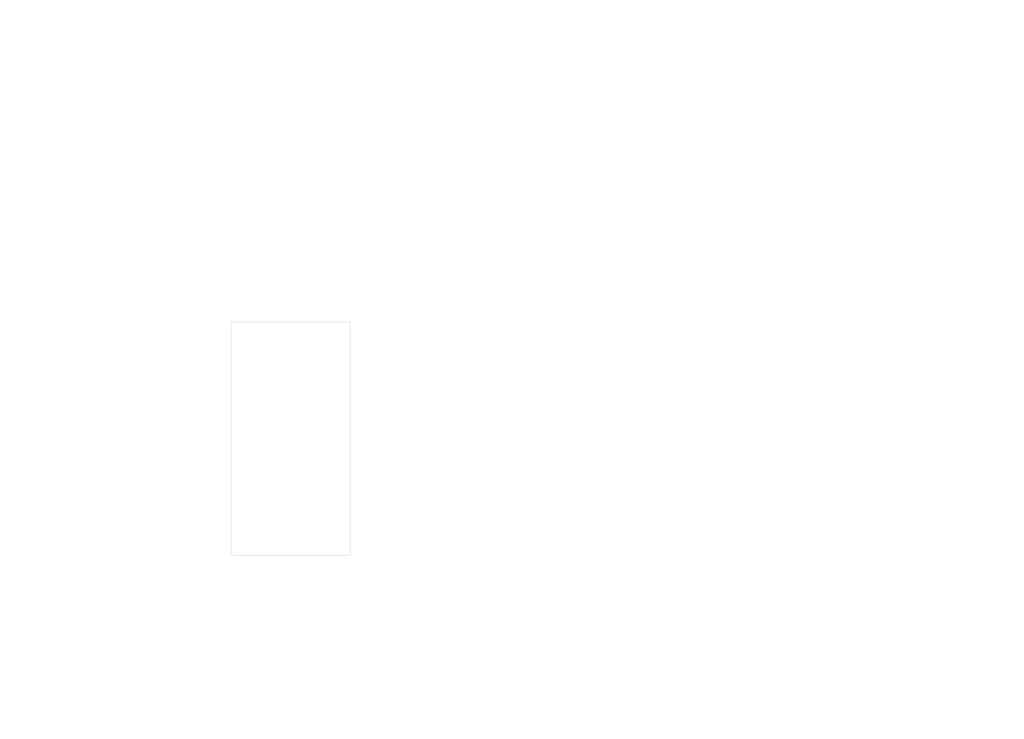
<source format=kicad_pcb>
(kicad_pcb (version 20221018) (generator pcbnew)

  (general
    (thickness 1.6)
  )

  (paper "A3")
  (title_block
    (title "TP Template")
    (rev "1.0")
  )

  (layers
    (0 "F.Cu" signal)
    (31 "B.Cu" signal)
    (32 "B.Adhes" user "B.Adhesive")
    (33 "F.Adhes" user "F.Adhesive")
    (34 "B.Paste" user)
    (35 "F.Paste" user)
    (36 "B.SilkS" user "B.Silkscreen")
    (37 "F.SilkS" user "F.Silkscreen")
    (38 "B.Mask" user)
    (39 "F.Mask" user)
    (40 "Dwgs.User" user "User.Drawings")
    (41 "Cmts.User" user "User.Comments")
    (42 "Eco1.User" user "User.Eco1")
    (43 "Eco2.User" user "User.Eco2")
    (44 "Edge.Cuts" user)
    (45 "Margin" user)
    (46 "B.CrtYd" user "B.Courtyard")
    (47 "F.CrtYd" user "F.Courtyard")
  )

  (setup
    (stackup
      (layer "F.SilkS" (type "Top Silk Screen"))
      (layer "F.Paste" (type "Top Solder Paste"))
      (layer "F.Mask" (type "Top Solder Mask") (color "Green") (thickness 0.01))
      (layer "F.Cu" (type "copper") (thickness 0.035))
      (layer "dielectric 1" (type "core") (thickness 1.51) (material "FR4") (epsilon_r 4.5) (loss_tangent 0.02))
      (layer "B.Cu" (type "copper") (thickness 0.035))
      (layer "B.Mask" (type "Bottom Solder Mask") (color "Green") (thickness 0.01))
      (layer "B.Paste" (type "Bottom Solder Paste"))
      (layer "B.SilkS" (type "Bottom Silk Screen"))
      (copper_finish "None")
      (dielectric_constraints no)
    )
    (pad_to_mask_clearance 0)
    (aux_axis_origin 270.637 225.933)
    (grid_origin 270.637 225.933)
    (pcbplotparams
      (layerselection 0x0000030_80000001)
      (plot_on_all_layers_selection 0x0000000_00000000)
      (disableapertmacros false)
      (usegerberextensions true)
      (usegerberattributes false)
      (usegerberadvancedattributes false)
      (creategerberjobfile false)
      (dashed_line_dash_ratio 12.000000)
      (dashed_line_gap_ratio 3.000000)
      (svgprecision 6)
      (plotframeref false)
      (viasonmask false)
      (mode 1)
      (useauxorigin false)
      (hpglpennumber 1)
      (hpglpenspeed 20)
      (hpglpendiameter 15.000000)
      (dxfpolygonmode true)
      (dxfimperialunits true)
      (dxfusepcbnewfont true)
      (psnegative false)
      (psa4output false)
      (plotreference true)
      (plotvalue true)
      (plotinvisibletext false)
      (sketchpadsonfab false)
      (subtractmaskfromsilk false)
      (outputformat 1)
      (mirror false)
      (drillshape 1)
      (scaleselection 1)
      (outputdirectory "")
    )
  )

  (net 0 "")
  (net 1 "GND")

  (gr_line (start 557.660005 255.905) (end 557.660005 292.667)
    (stroke (width 0.1) (type default)) (layer "Dwgs.User") (tstamp 170da3ee-35bd-4886-9450-9b9c1da209be))
  (gr_line (start 429.26 292.667) (end 557.660005 292.667)
    (stroke (width 0.1) (type default)) (layer "Dwgs.User") (tstamp 270cc082-fcf2-416f-b26c-7847fe4a5bed))
  (gr_line (start 527.245718 255.905) (end 527.245718 292.667)
    (stroke (width 0.1) (type default)) (layer "Dwgs.User") (tstamp 530afe1b-04f1-4f16-98d7-611353150f8f))
  (gr_line (start 429.26 255.905) (end 557.660005 255.905)
    (stroke (width 0.1) (type default)) (layer "Dwgs.User") (tstamp 549ed329-19be-4f08-b7dd-dadde63cefd1))
  (gr_line (start 540.131433 255.905) (end 540.131433 292.667)
    (stroke (width 0.1) (type default)) (layer "Dwgs.User") (tstamp 6785a8e3-b6ee-4fb8-93bf-e61b51f45e46))
  (gr_line (start 429.26 289.061) (end 557.660005 289.061)
    (stroke (width 0.1) (type default)) (layer "Dwgs.User") (tstamp 6cd9efc6-cfda-46a2-b6e6-4f6586b7861a))
  (gr_line (start 429.26 260.213) (end 557.660005 260.213)
    (stroke (width 0.1) (type default)) (layer "Dwgs.User") (tstamp 77dbc9b3-b6cd-401b-84a5-c33039c69ebe))
  (gr_line (start 429.26 267.425) (end 557.660005 267.425)
    (stroke (width 0.1) (type default)) (layer "Dwgs.User") (tstamp 785b6940-96d4-4d86-9f1b-9dc29a6234ae))
  (gr_line (start 429.26 285.455) (end 557.660005 285.455)
    (stroke (width 0.1) (type default)) (layer "Dwgs.User") (tstamp 84bd150c-d536-43cc-aa7b-4413adf0fef9))
  (gr_line (start 429.26 274.637) (end 557.660005 274.637)
    (stroke (width 0.1) (type default)) (layer "Dwgs.User") (tstamp 9a2702d6-0917-4446-93fa-016a5f24a4c1))
  (gr_line (start 510.745717 255.905) (end 510.745717 292.667)
    (stroke (width 0.1) (type default)) (layer "Dwgs.User") (tstamp 9ea44e21-813b-43db-b44c-d7eb911939c6))
  (gr_line (start 473.288573 255.905) (end 473.288573 292.667)
    (stroke (width 0.1) (type default)) (layer "Dwgs.User") (tstamp a3411699-a725-49bb-ae16-11645bd57ee2))
  (gr_line (start 429.26 255.905) (end 429.26 292.667)
    (stroke (width 0.1) (type default)) (layer "Dwgs.User") (tstamp ab680688-0f85-4fe3-b332-9ae6d0261e72))
  (gr_line (start 489.788574 255.905) (end 489.788574 292.667)
    (stroke (width 0.1) (type default)) (layer "Dwgs.User") (tstamp afb0e6f7-e109-40e6-b27c-6f7912e2d675))
  (gr_line (start 429.26 263.819) (end 557.660005 263.819)
    (stroke (width 0.1) (type default)) (layer "Dwgs.User") (tstamp b0ce8b5f-9925-45a5-a455-5549e19677e4))
  (gr_line (start 429.26 281.849) (end 557.660005 281.849)
    (stroke (width 0.1) (type default)) (layer "Dwgs.User") (tstamp bea408a9-39eb-417c-b73f-674c48711f54))
  (gr_line (start 429.26 278.243) (end 557.660005 278.243)
    (stroke (width 0.1) (type default)) (layer "Dwgs.User") (tstamp ef0d819f-248d-4c54-8fa3-9edf2cf83a05))
  (gr_line (start 448.217145 255.905) (end 448.217145 292.667)
    (stroke (width 0.1) (type default)) (layer "Dwgs.User") (tstamp f19f3bdf-b8dd-455b-95a0-c382cd8db9b2))
  (gr_line (start 429.26 271.031) (end 557.660005 271.031)
    (stroke (width 0.1) (type default)) (layer "Dwgs.User") (tstamp f85ee55a-1576-4780-8d24-1f9194c6cd1b))
  (gr_line (start 313.69 226.06) (end 270.51 226.06)
    (stroke (width 0.14986) (type solid)) (layer "Edge.Cuts") (tstamp 37ec1b25-47a1-408d-95b2-1703620fbc57))
  (gr_line (start 270.51 141.605) (end 270.51 226.06)
    (stroke (width 0.14986) (type solid)) (layer "Edge.Cuts") (tstamp 834c32e8-eb4a-4c1c-b06b-deca97b38e8b))
  (gr_line (start 270.51 141.605) (end 313.69 141.605)
    (stroke (width 0.14986) (type solid)) (layer "Edge.Cuts") (tstamp dbf700cc-c4c2-4f71-8814-a000c13832a6))
  (gr_line (start 313.69 226.06) (end 313.69 141.605)
    (stroke (width 0.14986) (type solid)) (layer "Edge.Cuts") (tstamp dd9c4c07-fc6c-4251-84e3-d41fb86f7555))
  (gr_text "4,5" (at 527.995718 275.387) (layer "Dwgs.User") (tstamp 0106f4ce-7043-4ddd-b001-6bf39aff3229)
    (effects (font (size 1.5 1.5) (thickness 0.1)) (justify left top))
  )
  (gr_text "1" (at 527.995718 264.569) (layer "Dwgs.User") (tstamp 01556a39-f075-4362-9c85-c1cc855a7d11)
    (effects (font (size 1.5 1.5) (thickness 0.1)) (justify left top))
  )
  (gr_text "Złącza krawędziowe: " (at 430.01 245.624) (layer "Dwgs.User") (tstamp 093e38bb-e423-40e5-a413-ca008b96dd9d)
    (effects (font (size 1.5 1.5) (thickness 0.2)) (justify left top))
  )
  (gr_text "2" (at 464.524288 225.839) (layer "Dwgs.User") (tstamp 09bf7e63-0176-4d40-b0b3-c2c8c2405dac)
    (effects (font (size 1.5 1.5) (thickness 0.2)) (justify left top))
  )
  (gr_text "Not specified" (at 511.495717 275.387) (layer "Dwgs.User") (tstamp 0af214ca-12a3-484d-955e-b2c9d0e37c2e)
    (effects (font (size 1.5 1.5) (thickness 0.1)) (justify left top))
  )
  (gr_text "F.Mask" (at 430.01 268.175) (layer "Dwgs.User") (tstamp 0bc1b013-f224-4113-aebc-8a0250877b6a)
    (effects (font (size 1.5 1.5) (thickness 0.1)) (justify left top))
  )
  (gr_text "Bottom Solder Paste" (at 448.967145 286.205) (layer "Dwgs.User") (tstamp 0f39b661-607f-4394-9a55-665a0fa512e6)
    (effects (font (size 1.5 1.5) (thickness 0.1)) (justify left top))
  )
  (gr_text "1,6000 mm" (at 532.909999 225.839) (layer "Dwgs.User") (tstamp 11ac9180-52f8-4030-a6e4-214355614c6d)
    (effects (font (size 1.5 1.5) (thickness 0.2)) (justify left top))
  )
  (gr_text "0,01 mm" (at 490.538574 268.175) (layer "Dwgs.User") (tstamp 11d340e9-d91e-4ef4-ae93-bf2a401af736)
    (effects (font (size 1.5 1.5) (thickness 0.1)) (justify left top))
  )
  (gr_text "0" (at 540.881433 286.205) (layer "Dwgs.User") (tstamp 15c3b6da-cd61-421a-8d20-b91e572da1f3)
    (effects (font (size 1.5 1.5) (thickness 0.1)) (justify left top))
  )
  (gr_text "F.Cu" (at 430.01 271.781) (layer "Dwgs.User") (tstamp 185426c7-18ec-4902-82b4-34d2a6f83bad)
    (effects (font (size 1.5 1.5) (thickness 0.1)) (justify left top))
  )
  (gr_text "" (at 474.038573 278.993) (layer "Dwgs.User") (tstamp 1a47a98f-2183-4022-bccc-2283f086c9a9)
    (effects (font (size 1.5 1.5) (thickness 0.1)) (justify left top))
  )
  (gr_text "0" (at 540.881433 260.963) (layer "Dwgs.User") (tstamp 1a6124d1-d2cc-48ed-9d85-12816b7c2e0b)
    (effects (font (size 1.5 1.5) (thickness 0.1)) (justify left top))
  )
  (gr_text "Nie" (at 464.524288 241.667) (layer "Dwgs.User") (tstamp 1da3d06b-bbc9-45bf-be22-206090f5b001)
    (effects (font (size 1.5 1.5) (thickness 0.2)) (justify left top))
  )
  (gr_text "B.Cu" (at 430.01 278.993) (layer "Dwgs.User") (tstamp 1f860983-1901-4c78-8853-dccd334a35a1)
    (effects (font (size 1.5 1.5) (thickness 0.1)) (justify left top))
  )
  (gr_text "0" (at 540.881433 268.175) (layer "Dwgs.User") (tstamp 217bb749-2c53-4aac-9d6d-186b5b97514f)
    (effects (font (size 1.5 1.5) (thickness 0.1)) (justify left top))
  )
  (gr_text "Bottom Solder Mask" (at 448.967145 282.599) (layer "Dwgs.User") (tstamp 25c8a896-1911-4d25-b3e1-3c477c26660d)
    (effects (font (size 1.5 1.5) (thickness 0.1)) (justify left top))
  )
  (gr_text "Materiał" (at 474.038573 256.655) (layer "Dwgs.User") (tstamp 2891fdc8-adda-4a1f-8932-e46564330097)
    (effects (font (size 1.5 1.5) (thickness 0.3)) (justify left top))
  )
  (gr_text "Not specified" (at 511.495717 260.963) (layer "Dwgs.User") (tstamp 29020a69-6718-47b8-baa3-2a87ab2dc98c)
    (effects (font (size 1.5 1.5) (thickness 0.1)) (justify left top))
  )
  (gr_text "0" (at 540.881433 282.599) (layer "Dwgs.User") (tstamp 29b5aa0f-532a-49f8-82b0-bb0e3e3b7057)
    (effects (font (size 1.5 1.5) (thickness 0.1)) (justify left top))
  )
  (gr_text "Nie" (at 464.524288 245.624) (layer "Dwgs.User") (tstamp 32c6ee1a-d5cd-4b21-861c-2588e9c3bcbd)
    (effects (font (size 1.5 1.5) (thickness 0.2)) (justify left top))
  )
  (gr_text "Typ" (at 448.967145 256.655) (layer "Dwgs.User") (tstamp 385d9dd7-7f33-416f-8ed5-31603915c5fc)
    (effects (font (size 1.5 1.5) (thickness 0.3)) (justify left top))
  )
  (gr_text "Not specified" (at 474.038573 282.599) (layer "Dwgs.User") (tstamp 3f621f8f-a00b-4881-8444-3bb66cf25adf)
    (effects (font (size 1.5 1.5) (thickness 0.1)) (justify left top))
  )
  (gr_text "" (at 511.495717 286.205) (layer "Dwgs.User") (tstamp 46b86890-07fb-44de-ba4b-6f81e670f672)
    (effects (font (size 1.5 1.5) (thickness 0.1)) (justify left top))
  )
  (gr_text "Liczba warstw sygnałowych: " (at 430.01 225.839) (layer "Dwgs.User") (tstamp 4dc5650a-a220-447c-93bd-9d2846e4f81d)
    (effects (font (size 1.5 1.5) (thickness 0.2)) (justify left top))
  )
  (gr_text "Pokrycie brzegu płytki: " (at 498.681426 241.667) (layer "Dwgs.User") (tstamp 4f9ec0e9-cc10-4982-be56-beeb1c15cd95)
    (effects (font (size 1.5 1.5) (thickness 0.2)) (justify left top))
  )
  (gr_text "B.Mask" (at 430.01 282.599) (layer "Dwgs.User") (tstamp 50b93086-1600-4ee2-b370-ac76cf02d7c1)
    (effects (font (size 1.5 1.5) (thickness 0.1)) (justify left top))
  )
  (gr_text "Top Solder Mask" (at 448.967145 268.175) (layer "Dwgs.User") (tstamp 5254efca-af2f-4713-ab8a-fc811326cbf6)
    (effects (font (size 1.5 1.5) (thickness 0.1)) (justify left top))
  )
  (gr_text "0,035 mm" (at 490.538574 278.993) (layer "Dwgs.User") (tstamp 53445c77-e68a-462b-b747-93577bb8bedd)
    (effects (font (size 1.5 1.5) (thickness 0.1)) (justify left top))
  )
  (gr_text "Minimalna średnica otworu: " (at 498.681426 233.753) (layer "Dwgs.User") (tstamp 53625fe0-c345-4074-aab2-4ec077bb0199)
    (effects (font (size 1.5 1.5) (thickness 0.2)) (justify left top))
  )
  (gr_text "Date" (at 359.537 37.973) (layer "Dwgs.User") (tstamp 63ccdf0d-4692-4d03-8572-90049ac4cf08)
    (effects (font (size 10 10) (thickness 1)) (justify left bottom))
  )
  (gr_text "1" (at 527.995718 271.781) (layer "Dwgs.User") (tstamp 6c69a786-2346-4691-9e24-4162c56cf3e8)
    (effects (font (size 1.5 1.5) (thickness 0.1)) (justify left top))
  )
  (gr_text "Not specified" (at 474.038573 260.963) (layer "Dwgs.User") (tstamp 6d7113c0-9b52-49bc-b0ea-183a0ab55c84)
    (effects (font (size 1.5 1.5) (thickness 0.1)) (justify left top))
  )
  (gr_text "Nie" (at 532.909999 237.71) (layer "Dwgs.User") (tstamp 6dda763b-0a65-4025-9ec3-8915eaeae570)
    (effects (font (size 1.5 1.5) (thickness 0.2)) (justify left top))
  )
  (gr_text "Green" (at 511.495717 268.175) (layer "Dwgs.User") (tstamp 6eb5c6e3-8e1d-4534-b658-047f8dc3ef4b)
    (effects (font (size 1.5 1.5) (thickness 0.1)) (justify left top))
  )
  (gr_text "0 mm" (at 490.538574 289.811) (layer "Dwgs.User") (tstamp 6fcd44f8-30a3-4dd0-96fd-8657e9e7ac5f)
    (effects (font (size 1.5 1.5) (thickness 0.1)) (justify left top))
  )
  (gr_text "" (at 532.909999 229.796) (layer "Dwgs.User") (tstamp 7565bb80-104e-4fbf-a21d-c2c7ac05fb88)
    (effects (font (size 1.5 1.5) (thickness 0.2)) (justify left top))
  )
  (gr_text "0,5080 mm" (at 532.909999 233.753) (layer "Dwgs.User") (tstamp 76935efd-9c91-4621-8ba8-ad7d70f79c76)
    (effects (font (size 1.5 1.5) (thickness 0.2)) (justify left top))
  )
  (gr_text "" (at 474.038573 271.781) (layer "Dwgs.User") (tstamp 77adc666-657f-4890-ab0d-04cdaede02fc)
    (effects (font (size 1.5 1.5) (thickness 0.1)) (justify left top))
  )
  (gr_text "B.Paste" (at 430.01 286.205) (layer "Dwgs.User") (tstamp 7b17897a-9f80-464d-8e66-dae9a634733e)
    (effects (font (size 1.5 1.5) (thickness 0.1)) (justify left top))
  )
  (gr_text "1" (at 527.995718 260.963) (layer "Dwgs.User") (tstamp 8151e249-d55e-4b7e-9394-bcf25f7d2b79)
    (effects (font (size 1.5 1.5) (thickness 0.1)) (justify left top))
  )
  (gr_text "Kolor" (at 511.495717 256.655) (layer "Dwgs.User") (tstamp 8253d314-ce82-45f6-8676-0ab52dc55962)
    (effects (font (size 1.5 1.5) (thickness 0.3)) (justify left top))
  )
  (gr_text "0,035 mm" (at 490.538574 271.781) (layer "Dwgs.User") (tstamp 879834a6-eae3-4505-ae01-4260cdc64e67)
    (effects (font (size 1.5 1.5) (thickness 0.1)) (justify left top))
  )
  (gr_text "0,01 mm" (at 490.538574 282.599) (layer "Dwgs.User") (tstamp 89f3aa12-4312-4b93-b0fa-1315e0346860)
    (effects (font (size 1.5 1.5) (thickness 0.1)) (justify left top))
  )
  (gr_text "" (at 498.681426 229.796) (layer "Dwgs.User") (tstamp 8b53379a-af9c-4414-b923-f5e93c725637)
    (effects (font (size 1.5 1.5) (thickness 0.2)) (justify left top))
  )
  (gr_text "Pola z kastelacją: " (at 430.01 241.667) (layer "Dwgs.User") (tstamp 8e34d849-d4f4-4ec2-a0e6-2f085fdb0abf)
    (effects (font (size 1.5 1.5) (thickness 0.2)) (justify left top))
  )
  (gr_text "Dielektryk" (at 430.01 275.387) (layer "Dwgs.User") (tstamp 99718cc4-56dc-4f7f-8a45-43b79f99c3e7)
    (effects (font (size 1.5 1.5) (thickness 0.1)) (justify left top))
  )
  (gr_text "Not specified" (at 474.038573 268.175) (layer "Dwgs.User") (tstamp 9e44eda4-d3dd-4007-bc18-4f819d992857)
    (effects (font (size 1.5 1.5) (thickness 0.1)) (justify left top))
  )
  (gr_text "Tangens strat" (at 540.881433 256.655) (layer "Dwgs.User") (tstamp a01aef8c-b9d7-463f-ad11-08725ad833e5)
    (effects (font (size 1.5 1.5) (thickness 0.3)) (justify left top))
  )
  (gr_text "Top Silk Screen" (at 448.967145 260.963) (layer "Dwgs.User") (tstamp a19073a0-adff-40dc-87b1-1664fac33310)
    (effects (font (size 1.5 1.5) (thickness 0.1)) (justify left top))
  )
  (gr_text "1" (at 527.995718 286.205) (layer "Dwgs.User") (tstamp a35e5e1d-7575-402f-91fb-8b8e829a0acd)
    (effects (font (size 1.5 1.5) (thickness 0.1)) (justify left top))
  )
  (gr_text "Project Title" (at 186.817 37.973) (layer "Dwgs.User") (tstamp a5461507-7a27-4737-b0ae-28fbbd4b36aa)
    (effects (font (size 10 10) (thickness 1)) (justify left bottom))
  )
  (gr_text "F.Silkscreen" (at 430.01 260.963) (layer "Dwgs.User") (tstamp a55c82c8-f363-4739-be30-741fd822297a)
    (effects (font (size 1.5 1.5) (thickness 0.1)) (justify left top))
  )
  (gr_text "" (at 474.038573 264.569) (layer "Dwgs.User") (tstamp a70609ea-deb8-4359-a54d-8c3958353aa4)
    (effects (font (size 1.5 1.5) (thickness 0.1)) (justify left top))
  )
  (gr_text "" (at 511.495717 278.993) (layer "Dwgs.User") (tstamp aa83b6d6-7e62-4b88-91db-ce5f0538f5ae)
    (effects (font (size 1.5 1.5) (thickness 0.1)) (justify left top))
  )
  (gr_text "Grubość (w mm)" (at 490.538574 256.655) (layer "Dwgs.User") (tstamp b1b1f68d-d30a-46c5-8e25-1e1ca5dfaad2)
    (effects (font (size 1.5 1.5) (thickness 0.3)) (justify left top))
  )
  (gr_text "copper" (at 448.967145 278.993) (layer "Dwgs.User") (tstamp b6ef5b40-512a-4b5d-8ee8-6c0d28bd90b7)
    (effects (font (size 1.5 1.5) (thickness 0.1)) (justify left top))
  )
  (gr_text "Kontrola impedancji: " (at 498.681426 237.71) (layer "Dwgs.User") (tstamp ba9bf083-d06b-44d9-8965-0740af855b90)
    (effects (font (size 1.5 1.5) (thickness 0.2)) (justify left top))
  )
  (gr_text "None" (at 464.524288 237.71) (layer "Dwgs.User") (tstamp bd09bdc3-c6f2-4ded-9f0f-85e18ee79f2f)
    (effects (font (size 1.5 1.5) (thickness 0.2)) (justify left top))
  )
  (gr_text "3,3" (at 527.995718 282.599) (layer "Dwgs.User") (tstamp bda1473a-19e7-4915-ab0d-9b8ae6812712)
    (effects (font (size 1.5 1.5) (thickness 0.1)) (justify left top))
  )
  (gr_text "Epsilon R" (at 527.995718 256.655) (layer "Dwgs.User") (tstamp bf88ea2e-1598-4fdf-bcf4-b7bf73f03298)
    (effects (font (size 1.5 1.5) (thickness 0.3)) (justify left top))
  )
  (gr_text "" (at 511.495717 271.781) (layer "Dwgs.User") (tstamp bfed3fec-4a94-4083-8be4-e00560cfe543)
    (effects (font (size 1.5 1.5) (thickness 0.1)) (justify left top))
  )
  (gr_text "Not specified" (at 511.495717 289.811) (layer "Dwgs.User") (tstamp c239c861-7ffb-489a-a072-487bac4e2c6d)
    (effects (font (size 1.5 1.5) (thickness 0.1)) (justify left top))
  )
  (gr_text "FR4" (at 474.038573 275.387) (layer "Dwgs.User") (tstamp c3125ec9-bbcb-4388-b52c-c74e1c834a68)
    (effects (font (size 1.5 1.5) (thickness 0.1)) (justify left top))
  )
  (gr_text "core" (at 448.967145 275.387) (layer "Dwgs.User") (tstamp c312d5d7-d07b-4c89-9e16-4cc4f03c9fa6)
    (effects (font (size 1.5 1.5) (thickness 0.1)) (justify left top))
  )
  (gr_text "Nazwa warstwy" (at 430.01 256.655) (layer "Dwgs.User") (tstamp c51c538c-9f88-414b-9b08-d9c2b684a728)
    (effects (font (size 1.5 1.5) (thickness 0.3)) (justify left top))
  )
  (gr_text "Green" (at 511.495717 282.599) (layer "Dwgs.User") (tstamp c62dbd9a-5a16-40f1-9743-0e8a6887496d)
    (effects (font (size 1.5 1.5) (thickness 0.1)) (justify left top))
  )
  (gr_text "0" (at 540.881433 289.811) (layer "Dwgs.User") (tstamp c66b441b-6655-4cb7-b0f6-1cd952168151)
    (effects (font (size 1.5 1.5) (thickness 0.1)) (justify left top))
  )
  (gr_text "0 mm" (at 490.538574 286.205) (layer "Dwgs.User") (tstamp c8de24ab-ac02-4f27-adfb-ec2ec5e60298)
    (effects (font (size 1.5 1.5) (thickness 0.1)) (justify left top))
  )
  (gr_text "Bottom Silk Screen" (at 448.967145 289.811) (layer "Dwgs.User") (tstamp cb7aceb7-8ec3-4bf1-a0c7-3ae119fc37a9)
    (effects (font (size 1.5 1.5) (thickness 0.1)) (justify left top))
  )
  (gr_text "1" (at 527.995718 289.811) (layer "Dwgs.User") (tstamp d121a12d-1901-4305-8bcb-24f481d696d2)
    (effects (font (size 1.5 1.5) (thickness 0.1)) (justify left top))
  )
  (gr_text "Minimalna ścieżka/odstęp: " (at 430.01 233.753) (layer "Dwgs.User") (tstamp d46daf4f-7200-43b1-853d-fb22cf6873fc)
    (effects (font (size 1.5 1.5) (thickness 0.2)) (justify left top))
  )
  (gr_text "0" (at 540.881433 271.781) (layer "Dwgs.User") (tstamp d511a982-59d5-47e1-9abe-606e410ed90b)
    (effects (font (size 1.5 1.5) (thickness 0.1)) (justify left top))
  )
  (gr_text "43,1800 mm x 84,4550 mm" (at 464.524288 229.796) (layer "Dwgs.User") (tstamp d71c0c10-8f56-4426-a515-9bc797ba8ec5)
    (effects (font (size 1.5 1.5) (thickness 0.2)) (justify left top))
  )
  (gr_text "0,02" (at 540.881433 275.387) (layer "Dwgs.User") (tstamp d844d2ff-b23b-4645-96c2-a8cce8840932)
    (effects (font (size 1.5 1.5) (thickness 0.1)) (justify left top))
  )
  (gr_text "3,3" (at 527.995718 268.175) (layer "Dwgs.User") (tstamp d8c5cd33-eb62-4080-9306-cccb5304e094)
    (effects (font (size 1.5 1.5) (thickness 0.1)) (justify left top))
  )
  (gr_text "Wykończenie miedzi: " (at 430.01 237.71) (layer "Dwgs.User") (tstamp daf64cdc-34ae-43f2-b452-23e77d36164b)
    (effects (font (size 1.5 1.5) (thickness 0.2)) (justify left top))
  )
  (gr_text "CHARAKTERYSTYKA PŁYTKI" (at 429.26 220.345) (layer "Dwgs.User") (tstamp dbaa391d-e276-4010-a3ef-c32627034701)
    (effects (font (size 2 2) (thickness 0.4)) (justify left top))
  )
  (gr_text "1,51 mm" (at 490.538574 275.387) (layer "Dwgs.User") (tstamp dcac2932-f955-431a-81a2-7f06ecb215f4)
    (effects (font (size 1.5 1.5) (thickness 0.1)) (justify left top))
  )
  (gr_text "Top Solder Paste" (at 448.967145 264.569) (layer "Dwgs.User") (tstamp ddd606ed-3e82-4949-9ac7-597725b3f6ab)
    (effects (font (size 1.5 1.5) (thickness 0.1)) (justify left top))
  )
  (gr_text "" (at 474.038573 286.205) (layer "Dwgs.User") (tstamp e02e6bfc-aa4c-43c4-86cd-e8fd4416e3dc)
    (effects (font (size 1.5 1.5) (thickness 0.1)) (justify left top))
  )
  (gr_text "F.Paste" (at 430.01 264.569) (layer "Dwgs.User") (tstamp e184d1bc-19cf-496d-b4cf-d4534d56d3b4)
    (effects (font (size 1.5 1.5) (thickness 0.1)) (justify left top))
  )
  (gr_text "0" (at 540.881433 264.569) (layer "Dwgs.User") (tstamp e2a3d849-32a7-478b-86fc-c957875e2599)
    (effects (font (size 1.5 1.5) (thickness 0.1)) (justify left top))
  )
  (gr_text "Not specified" (at 474.038573 289.811) (layer "Dwgs.User") (tstamp e389ae26-16fd-43dc-8df3-cdf578550c30)
    (effects (font (size 1.5 1.5) (thickness 0.1)) (justify left top))
  )
  (gr_text "copper" (at 448.967145 271.781) (layer "Dwgs.User") (tstamp e3cf7cd5-9a1c-4068-8b32-2b6f7af235bc)
    (effects (font (size 1.5 1.5) (thickness 0.1)) (justify left top))
  )
  (gr_text "0" (at 540.881433 278.993) (layer "Dwgs.User") (tstamp e558d3d6-95c3-4c60-bab0-daf1c1190bc1)
    (effects (font (size 1.5 1.5) (thickness 0.1)) (justify left top))
  )
  (gr_text "Grubość płytki: " (at 498.681426 225.839) (layer "Dwgs.User") (tstamp e5e3f51e-b8ad-46a8-8605-7a4abd746194)
    (effects (font (size 1.5 1.5) (thickness 0.2)) (justify left top))
  )
  (gr_text "Nie" (at 532.909999 241.667) (layer "Dwgs.User") (tstamp ea8fcb09-bd97-4fb2-bcc4-a199a2da7767)
    (effects (font (size 1.5 1.5) (thickness 0.2)) (justify left top))
  )
  (gr_text "0,2540 mm / 0,0000 mm" (at 464.524288 233.753) (layer "Dwgs.User") (tstamp f14693e5-649d-4037-86f9-a0fec608c5ec)
    (effects (font (size 1.5 1.5) (thickness 0.2)) (justify left top))
  )
  (gr_text "0 mm" (at 490.538574 264.569) (layer "Dwgs.User") (tstamp f1686190-3723-41f9-8eb2-497fe4761ebc)
    (effects (font (size 1.5 1.5) (thickness 0.1)) (justify left top))
  )
  (gr_text "" (at 511.495717 264.569) (layer "Dwgs.User") (tstamp f21377fb-f0f2-4651-9d7e-494badf92de6)
    (effects (font (size 1.5 1.5) (thickness 0.1)) (justify left top))
  )
  (gr_text "0 mm" (at 490.538574 260.963) (layer "Dwgs.User") (tstamp f65c3d4c-d957-4513-8999-ae960590ee5c)
    (effects (font (size 1.5 1.5) (thickness 0.1)) (justify left top))
  )
  (gr_text "B.Silkscreen" (at 430.01 289.811) (layer "Dwgs.User") (tstamp f88771fe-db79-4065-9f5b-692ad80de9f3)
    (effects (font (size 1.5 1.5) (thickness 0.1)) (justify left top))
  )
  (gr_text "Całkowity rozmiar płytki: " (at 430.01 229.796) (layer "Dwgs.User") (tstamp fcbda661-d53e-4353-bd57-fd9853e51eb0)
    (effects (font (size 1.5 1.5) (thickness 0.2)) (justify left top))
  )
  (gr_text "1" (at 527.995718 278.993) (layer "Dwgs.User") (tstamp fd14be32-5ef4-4b59-a42a-cf50afd82def)
    (effects (font (size 1.5 1.5) (thickness 0.1)) (justify left top))
  )

  (zone (net 1) (net_name "GND") (layer "B.Cu") (tstamp 00000000-0000-0000-0000-000050827dc8) (hatch edge 0.508)
    (connect_pads (clearance 0.508))
    (min_thickness 0.254) (filled_areas_thickness no)
    (fill (thermal_gap 0.508) (thermal_bridge_width 0.889))
    (polygon
      (pts
        (xy 313.563 225.933)
        (xy 270.637 225.933)
        (xy 270.637 141.732)
        (xy 313.563 141.732)
      )
    )
  )
  (group "group-boardCharacteristics" (id 232c62f0-bb49-43e7-a1c9-c9e4a156e879)
    (members
      093e38bb-e423-40e5-a413-ca008b96dd9d
      09bf7e63-0176-4d40-b0b3-c2c8c2405dac
      11ac9180-52f8-4030-a6e4-214355614c6d
      1da3d06b-bbc9-45bf-be22-206090f5b001
      32c6ee1a-d5cd-4b21-861c-2588e9c3bcbd
      4dc5650a-a220-447c-93bd-9d2846e4f81d
      4f9ec0e9-cc10-4982-be56-beeb1c15cd95
      53625fe0-c345-4074-aab2-4ec077bb0199
      6dda763b-0a65-4025-9ec3-8915eaeae570
      7565bb80-104e-4fbf-a21d-c2c7ac05fb88
      76935efd-9c91-4621-8ba8-ad7d70f79c76
      8b53379a-af9c-4414-b923-f5e93c725637
      8e34d849-d4f4-4ec2-a0e6-2f085fdb0abf
      ba9bf083-d06b-44d9-8965-0740af855b90
      bd09bdc3-c6f2-4ded-9f0f-85e18ee79f2f
      d46daf4f-7200-43b1-853d-fb22cf6873fc
      d71c0c10-8f56-4426-a515-9bc797ba8ec5
      daf64cdc-34ae-43f2-b452-23e77d36164b
      dbaa391d-e276-4010-a3ef-c32627034701
      e5e3f51e-b8ad-46a8-8605-7a4abd746194
      ea8fcb09-bd97-4fb2-bcc4-a199a2da7767
      f14693e5-649d-4037-86f9-a0fec608c5ec
      fcbda661-d53e-4353-bd57-fd9853e51eb0
    )
  )
  (group "group-boardStackUp" (id 4c725587-de63-4229-8cb1-350945bfdd92)
    (members
      0106f4ce-7043-4ddd-b001-6bf39aff3229
      01556a39-f075-4362-9c85-c1cc855a7d11
      0af214ca-12a3-484d-955e-b2c9d0e37c2e
      0bc1b013-f224-4113-aebc-8a0250877b6a
      0f39b661-607f-4394-9a55-665a0fa512e6
      11d340e9-d91e-4ef4-ae93-bf2a401af736
      15c3b6da-cd61-421a-8d20-b91e572da1f3
      170da3ee-35bd-4886-9450-9b9c1da209be
      185426c7-18ec-4902-82b4-34d2a6f83bad
      1a47a98f-2183-4022-bccc-2283f086c9a9
      1a6124d1-d2cc-48ed-9d85-12816b7c2e0b
      1f860983-1901-4c78-8853-dccd334a35a1
      217bb749-2c53-4aac-9d6d-186b5b97514f
      25c8a896-1911-4d25-b3e1-3c477c26660d
      270cc082-fcf2-416f-b26c-7847fe4a5bed
      2891fdc8-adda-4a1f-8932-e46564330097
      29020a69-6718-47b8-baa3-2a87ab2dc98c
      29b5aa0f-532a-49f8-82b0-bb0e3e3b7057
      385d9dd7-7f33-416f-8ed5-31603915c5fc
      3f621f8f-a00b-4881-8444-3bb66cf25adf
      46b86890-07fb-44de-ba4b-6f81e670f672
      50b93086-1600-4ee2-b370-ac76cf02d7c1
      5254efca-af2f-4713-ab8a-fc811326cbf6
      530afe1b-04f1-4f16-98d7-611353150f8f
      53445c77-e68a-462b-b747-93577bb8bedd
      549ed329-19be-4f08-b7dd-dadde63cefd1
      6785a8e3-b6ee-4fb8-93bf-e61b51f45e46
      6c69a786-2346-4691-9e24-4162c56cf3e8
      6cd9efc6-cfda-46a2-b6e6-4f6586b7861a
      6d7113c0-9b52-49bc-b0ea-183a0ab55c84
      6eb5c6e3-8e1d-4534-b658-047f8dc3ef4b
      6fcd44f8-30a3-4dd0-96fd-8657e9e7ac5f
      77adc666-657f-4890-ab0d-04cdaede02fc
      77dbc9b3-b6cd-401b-84a5-c33039c69ebe
      785b6940-96d4-4d86-9f1b-9dc29a6234ae
      7b17897a-9f80-464d-8e66-dae9a634733e
      8151e249-d55e-4b7e-9394-bcf25f7d2b79
      8253d314-ce82-45f6-8676-0ab52dc55962
      84bd150c-d536-43cc-aa7b-4413adf0fef9
      879834a6-eae3-4505-ae01-4260cdc64e67
      89f3aa12-4312-4b93-b0fa-1315e0346860
      99718cc4-56dc-4f7f-8a45-43b79f99c3e7
      9a2702d6-0917-4446-93fa-016a5f24a4c1
      9e44eda4-d3dd-4007-bc18-4f819d992857
      9ea44e21-813b-43db-b44c-d7eb911939c6
      a01aef8c-b9d7-463f-ad11-08725ad833e5
      a19073a0-adff-40dc-87b1-1664fac33310
      a3411699-a725-49bb-ae16-11645bd57ee2
      a35e5e1d-7575-402f-91fb-8b8e829a0acd
      a55c82c8-f363-4739-be30-741fd822297a
      a70609ea-deb8-4359-a54d-8c3958353aa4
      aa83b6d6-7e62-4b88-91db-ce5f0538f5ae
      ab680688-0f85-4fe3-b332-9ae6d0261e72
      afb0e6f7-e109-40e6-b27c-6f7912e2d675
      b0ce8b5f-9925-45a5-a455-5549e19677e4
      b1b1f68d-d30a-46c5-8e25-1e1ca5dfaad2
      b6ef5b40-512a-4b5d-8ee8-6c0d28bd90b7
      bda1473a-19e7-4915-ab0d-9b8ae6812712
      bea408a9-39eb-417c-b73f-674c48711f54
      bf88ea2e-1598-4fdf-bcf4-b7bf73f03298
      bfed3fec-4a94-4083-8be4-e00560cfe543
      c239c861-7ffb-489a-a072-487bac4e2c6d
      c3125ec9-bbcb-4388-b52c-c74e1c834a68
      c312d5d7-d07b-4c89-9e16-4cc4f03c9fa6
      c51c538c-9f88-414b-9b08-d9c2b684a728
      c62dbd9a-5a16-40f1-9743-0e8a6887496d
      c66b441b-6655-4cb7-b0f6-1cd952168151
      c8de24ab-ac02-4f27-adfb-ec2ec5e60298
      cb7aceb7-8ec3-4bf1-a0c7-3ae119fc37a9
      d121a12d-1901-4305-8bcb-24f481d696d2
      d511a982-59d5-47e1-9abe-606e410ed90b
      d844d2ff-b23b-4645-96c2-a8cce8840932
      d8c5cd33-eb62-4080-9306-cccb5304e094
      dcac2932-f955-431a-81a2-7f06ecb215f4
      ddd606ed-3e82-4949-9ac7-597725b3f6ab
      e02e6bfc-aa4c-43c4-86cd-e8fd4416e3dc
      e184d1bc-19cf-496d-b4cf-d4534d56d3b4
      e2a3d849-32a7-478b-86fc-c957875e2599
      e389ae26-16fd-43dc-8df3-cdf578550c30
      e3cf7cd5-9a1c-4068-8b32-2b6f7af235bc
      e558d3d6-95c3-4c60-bab0-daf1c1190bc1
      ef0d819f-248d-4c54-8fa3-9edf2cf83a05
      f1686190-3723-41f9-8eb2-497fe4761ebc
      f19f3bdf-b8dd-455b-95a0-c382cd8db9b2
      f21377fb-f0f2-4651-9d7e-494badf92de6
      f65c3d4c-d957-4513-8999-ae960590ee5c
      f85ee55a-1576-4780-8d24-1f9194c6cd1b
      f88771fe-db79-4065-9f5b-692ad80de9f3
      fd14be32-5ef4-4b59-a42a-cf50afd82def
    )
  )
)

</source>
